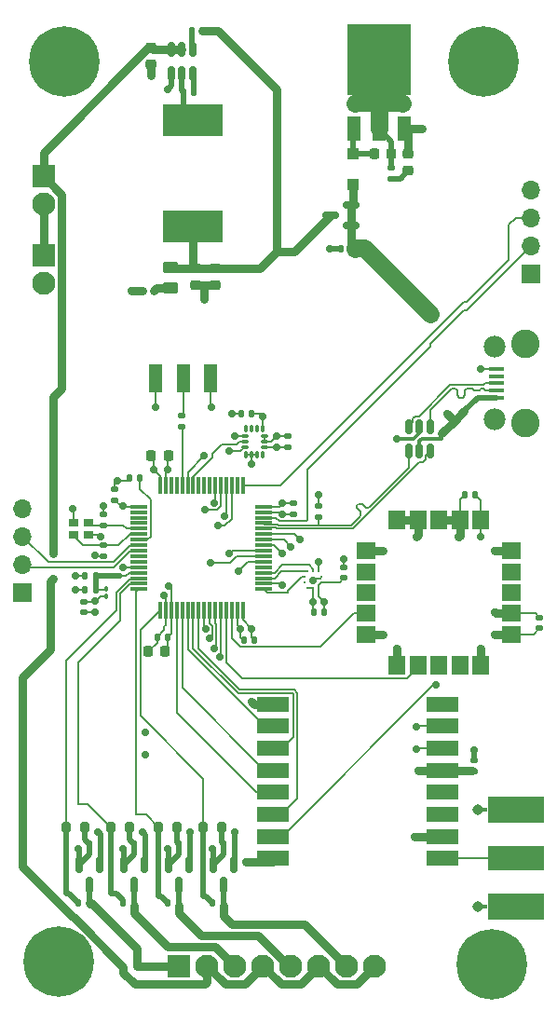
<source format=gbr>
%TF.GenerationSoftware,KiCad,Pcbnew,6.0.11-2627ca5db0~126~ubuntu22.04.1*%
%TF.CreationDate,2023-03-24T18:23:20-04:00*%
%TF.ProjectId,Io,496f2e6b-6963-4616-945f-706362585858,rev?*%
%TF.SameCoordinates,Original*%
%TF.FileFunction,Copper,L1,Top*%
%TF.FilePolarity,Positive*%
%FSLAX46Y46*%
G04 Gerber Fmt 4.6, Leading zero omitted, Abs format (unit mm)*
G04 Created by KiCad (PCBNEW 6.0.11-2627ca5db0~126~ubuntu22.04.1) date 2023-03-24 18:23:20*
%MOMM*%
%LPD*%
G01*
G04 APERTURE LIST*
G04 Aperture macros list*
%AMRoundRect*
0 Rectangle with rounded corners*
0 $1 Rounding radius*
0 $2 $3 $4 $5 $6 $7 $8 $9 X,Y pos of 4 corners*
0 Add a 4 corners polygon primitive as box body*
4,1,4,$2,$3,$4,$5,$6,$7,$8,$9,$2,$3,0*
0 Add four circle primitives for the rounded corners*
1,1,$1+$1,$2,$3*
1,1,$1+$1,$4,$5*
1,1,$1+$1,$6,$7*
1,1,$1+$1,$8,$9*
0 Add four rect primitives between the rounded corners*
20,1,$1+$1,$2,$3,$4,$5,0*
20,1,$1+$1,$4,$5,$6,$7,0*
20,1,$1+$1,$6,$7,$8,$9,0*
20,1,$1+$1,$8,$9,$2,$3,0*%
G04 Aperture macros list end*
%TA.AperFunction,SMDPad,CuDef*%
%ADD10RoundRect,0.135000X-0.185000X0.135000X-0.185000X-0.135000X0.185000X-0.135000X0.185000X0.135000X0*%
%TD*%
%TA.AperFunction,ComponentPad*%
%ADD11C,6.400000*%
%TD*%
%TA.AperFunction,SMDPad,CuDef*%
%ADD12RoundRect,0.140000X0.170000X-0.140000X0.170000X0.140000X-0.170000X0.140000X-0.170000X-0.140000X0*%
%TD*%
%TA.AperFunction,SMDPad,CuDef*%
%ADD13R,1.200000X2.500000*%
%TD*%
%TA.AperFunction,SMDPad,CuDef*%
%ADD14R,0.900000X0.800000*%
%TD*%
%TA.AperFunction,SMDPad,CuDef*%
%ADD15RoundRect,0.140000X0.140000X0.170000X-0.140000X0.170000X-0.140000X-0.170000X0.140000X-0.170000X0*%
%TD*%
%TA.AperFunction,SMDPad,CuDef*%
%ADD16RoundRect,0.135000X0.135000X0.185000X-0.135000X0.185000X-0.135000X-0.185000X0.135000X-0.185000X0*%
%TD*%
%TA.AperFunction,ComponentPad*%
%ADD17C,2.100000*%
%TD*%
%TA.AperFunction,ComponentPad*%
%ADD18R,2.100000X2.100000*%
%TD*%
%TA.AperFunction,ComponentPad*%
%ADD19R,1.700000X1.700000*%
%TD*%
%TA.AperFunction,ComponentPad*%
%ADD20O,1.700000X1.700000*%
%TD*%
%TA.AperFunction,SMDPad,CuDef*%
%ADD21RoundRect,0.225000X-0.250000X0.225000X-0.250000X-0.225000X0.250000X-0.225000X0.250000X0.225000X0*%
%TD*%
%TA.AperFunction,SMDPad,CuDef*%
%ADD22R,1.500000X1.800000*%
%TD*%
%TA.AperFunction,SMDPad,CuDef*%
%ADD23R,1.800000X1.500000*%
%TD*%
%TA.AperFunction,SMDPad,CuDef*%
%ADD24RoundRect,0.087500X0.087500X-0.225000X0.087500X0.225000X-0.087500X0.225000X-0.087500X-0.225000X0*%
%TD*%
%TA.AperFunction,SMDPad,CuDef*%
%ADD25RoundRect,0.087500X0.225000X-0.087500X0.225000X0.087500X-0.225000X0.087500X-0.225000X-0.087500X0*%
%TD*%
%TA.AperFunction,SMDPad,CuDef*%
%ADD26RoundRect,0.200000X-0.200000X-0.275000X0.200000X-0.275000X0.200000X0.275000X-0.200000X0.275000X0*%
%TD*%
%TA.AperFunction,SMDPad,CuDef*%
%ADD27RoundRect,0.135000X0.185000X-0.135000X0.185000X0.135000X-0.185000X0.135000X-0.185000X-0.135000X0*%
%TD*%
%TA.AperFunction,SMDPad,CuDef*%
%ADD28R,5.400000X2.900000*%
%TD*%
%TA.AperFunction,SMDPad,CuDef*%
%ADD29RoundRect,0.140000X-0.170000X0.140000X-0.170000X-0.140000X0.170000X-0.140000X0.170000X0.140000X0*%
%TD*%
%TA.AperFunction,SMDPad,CuDef*%
%ADD30RoundRect,0.150000X-0.150000X0.587500X-0.150000X-0.587500X0.150000X-0.587500X0.150000X0.587500X0*%
%TD*%
%TA.AperFunction,SMDPad,CuDef*%
%ADD31RoundRect,0.140000X-0.140000X-0.170000X0.140000X-0.170000X0.140000X0.170000X-0.140000X0.170000X0*%
%TD*%
%TA.AperFunction,SMDPad,CuDef*%
%ADD32R,1.100000X1.100000*%
%TD*%
%TA.AperFunction,SMDPad,CuDef*%
%ADD33RoundRect,0.150000X-0.150000X0.512500X-0.150000X-0.512500X0.150000X-0.512500X0.150000X0.512500X0*%
%TD*%
%TA.AperFunction,SMDPad,CuDef*%
%ADD34RoundRect,0.225000X-0.225000X-0.250000X0.225000X-0.250000X0.225000X0.250000X-0.225000X0.250000X0*%
%TD*%
%TA.AperFunction,SMDPad,CuDef*%
%ADD35R,1.200000X2.200000*%
%TD*%
%TA.AperFunction,SMDPad,CuDef*%
%ADD36R,5.800000X6.400000*%
%TD*%
%TA.AperFunction,SMDPad,CuDef*%
%ADD37R,0.275000X0.250000*%
%TD*%
%TA.AperFunction,SMDPad,CuDef*%
%ADD38R,0.250000X0.275000*%
%TD*%
%TA.AperFunction,SMDPad,CuDef*%
%ADD39RoundRect,0.100000X-0.100000X0.130000X-0.100000X-0.130000X0.100000X-0.130000X0.100000X0.130000X0*%
%TD*%
%TA.AperFunction,SMDPad,CuDef*%
%ADD40RoundRect,0.250000X0.450000X-0.262500X0.450000X0.262500X-0.450000X0.262500X-0.450000X-0.262500X0*%
%TD*%
%TA.AperFunction,SMDPad,CuDef*%
%ADD41RoundRect,0.150000X0.587500X0.150000X-0.587500X0.150000X-0.587500X-0.150000X0.587500X-0.150000X0*%
%TD*%
%TA.AperFunction,SMDPad,CuDef*%
%ADD42RoundRect,0.135000X-0.135000X-0.185000X0.135000X-0.185000X0.135000X0.185000X-0.135000X0.185000X0*%
%TD*%
%TA.AperFunction,SMDPad,CuDef*%
%ADD43RoundRect,0.075000X-0.700000X-0.075000X0.700000X-0.075000X0.700000X0.075000X-0.700000X0.075000X0*%
%TD*%
%TA.AperFunction,SMDPad,CuDef*%
%ADD44RoundRect,0.075000X-0.075000X-0.700000X0.075000X-0.700000X0.075000X0.700000X-0.075000X0.700000X0*%
%TD*%
%TA.AperFunction,SMDPad,CuDef*%
%ADD45R,1.350000X0.400000*%
%TD*%
%TA.AperFunction,ComponentPad*%
%ADD46C,2.586000*%
%TD*%
%TA.AperFunction,ComponentPad*%
%ADD47C,1.969000*%
%TD*%
%TA.AperFunction,SMDPad,CuDef*%
%ADD48R,5.080000X2.290000*%
%TD*%
%TA.AperFunction,SMDPad,CuDef*%
%ADD49R,0.950000X0.460000*%
%TD*%
%TA.AperFunction,ComponentPad*%
%ADD50C,0.970000*%
%TD*%
%TA.AperFunction,SMDPad,CuDef*%
%ADD51R,5.080000X2.420000*%
%TD*%
%TA.AperFunction,SMDPad,CuDef*%
%ADD52RoundRect,0.225000X0.225000X0.250000X-0.225000X0.250000X-0.225000X-0.250000X0.225000X-0.250000X0*%
%TD*%
%TA.AperFunction,SMDPad,CuDef*%
%ADD53RoundRect,0.218750X0.256250X-0.218750X0.256250X0.218750X-0.256250X0.218750X-0.256250X-0.218750X0*%
%TD*%
%TA.AperFunction,SMDPad,CuDef*%
%ADD54R,3.000000X1.400000*%
%TD*%
%TA.AperFunction,ViaPad*%
%ADD55C,0.700000*%
%TD*%
%TA.AperFunction,Conductor*%
%ADD56C,0.150000*%
%TD*%
%TA.AperFunction,Conductor*%
%ADD57C,0.800000*%
%TD*%
%TA.AperFunction,Conductor*%
%ADD58C,0.500000*%
%TD*%
%TA.AperFunction,Conductor*%
%ADD59C,0.300000*%
%TD*%
%TA.AperFunction,Conductor*%
%ADD60C,1.600000*%
%TD*%
G04 APERTURE END LIST*
D10*
%TO.P,R18,2*%
%TO.N,USB_ESD_D+*%
X156464000Y-106174000D03*
%TO.P,R18,1*%
%TO.N,+3.3V*%
X156464000Y-105154000D03*
%TD*%
D11*
%TO.P,H3,1*%
%TO.N,GND*%
X172212000Y-146812000D03*
%TD*%
%TO.P,H4,1*%
%TO.N,GND*%
X132842000Y-146558000D03*
%TD*%
%TO.P,H1,1*%
%TO.N,GND*%
X133350000Y-64770000D03*
%TD*%
%TO.P,H2,1*%
%TO.N,GND*%
X171450000Y-64770000D03*
%TD*%
D12*
%TO.P,C22,1*%
%TO.N,+3.3V*%
X170544000Y-129258000D03*
%TO.P,C22,2*%
%TO.N,GND*%
X170544000Y-128298000D03*
%TD*%
D13*
%TO.P,SW1,1,A*%
%TO.N,GND*%
X146645000Y-93555000D03*
%TO.P,SW1,2,B*%
%TO.N,/SW_BOOT0*%
X144145000Y-93555000D03*
%TO.P,SW1,3,C*%
%TO.N,+3.3V*%
X141645000Y-93555000D03*
%TD*%
D14*
%TO.P,Y1,1,1*%
%TO.N,/HSE_OUT*%
X134146000Y-107738000D03*
%TO.P,Y1,2,2*%
%TO.N,GND*%
X135546000Y-107738000D03*
%TO.P,Y1,3,3*%
%TO.N,/HSE_IN*%
X135546000Y-106638000D03*
%TO.P,Y1,4,4*%
%TO.N,GND*%
X134146000Y-106638000D03*
%TD*%
D15*
%TO.P,C16,1*%
%TO.N,VDDA*%
X136164000Y-112772000D03*
%TO.P,C16,2*%
%TO.N,GND*%
X135204000Y-112772000D03*
%TD*%
D16*
%TO.P,R12,1*%
%TO.N,PYRO4_SW*%
X147807000Y-141224000D03*
%TO.P,R12,2*%
%TO.N,PYRO4_DET*%
X146787000Y-141224000D03*
%TD*%
D17*
%TO.P,J2,8,Pin_8*%
%TO.N,ARM*%
X161544000Y-146963500D03*
%TO.P,J2,7,Pin_7*%
%TO.N,PYRO4_SW*%
X159004000Y-146963500D03*
%TO.P,J2,6,Pin_6*%
%TO.N,ARM*%
X156464000Y-146963500D03*
%TO.P,J2,5,Pin_5*%
%TO.N,PYRO3_SW*%
X153924000Y-146963500D03*
%TO.P,J2,4,Pin_4*%
%TO.N,ARM*%
X151384000Y-146963500D03*
%TO.P,J2,3,Pin_3*%
%TO.N,PYRO2_SW*%
X148844000Y-146963500D03*
%TO.P,J2,2,Pin_2*%
%TO.N,ARM*%
X146304000Y-146963500D03*
D18*
%TO.P,J2,1,Pin_1*%
%TO.N,PYRO1_SW*%
X143764000Y-146963500D03*
%TD*%
D12*
%TO.P,C13,1*%
%TO.N,+3.3V*%
X137922000Y-104620000D03*
%TO.P,C13,2*%
%TO.N,GND*%
X137922000Y-103660000D03*
%TD*%
D19*
%TO.P,J1,1,Pin_1*%
%TO.N,+3.3V*%
X129540000Y-113020000D03*
D20*
%TO.P,J1,2,Pin_2*%
%TO.N,I2C3_SDA*%
X129540000Y-110480000D03*
%TO.P,J1,3,Pin_3*%
%TO.N,I2C3_SCL*%
X129540000Y-107940000D03*
%TO.P,J1,4,Pin_4*%
%TO.N,GND*%
X129540000Y-105400000D03*
%TD*%
D21*
%TO.P,C7,1*%
%TO.N,+5V*%
X147066000Y-83553000D03*
%TO.P,C7,2*%
%TO.N,GND*%
X147066000Y-85103000D03*
%TD*%
D19*
%TO.P,J3,1,Pin_1*%
%TO.N,+3.3V*%
X175768000Y-84074000D03*
D20*
%TO.P,J3,2,Pin_2*%
%TO.N,SWDIO*%
X175768000Y-81534000D03*
%TO.P,J3,3,Pin_3*%
%TO.N,SWCLK*%
X175768000Y-78994000D03*
%TO.P,J3,4,Pin_4*%
%TO.N,GND*%
X175768000Y-76454000D03*
%TD*%
D22*
%TO.P,U6,1,GND*%
%TO.N,GND*%
X171186000Y-106430000D03*
%TO.P,U6,2,VCC_IO*%
%TO.N,+3.3V*%
X169286000Y-106430000D03*
%TO.P,U6,3,V_BCKP*%
X167386000Y-106430000D03*
%TO.P,U6,4,GND*%
%TO.N,GND*%
X165486000Y-106430000D03*
%TO.P,U6,5,GND*%
X163586000Y-106430000D03*
D23*
%TO.P,U6,6,GND*%
X160786000Y-109230000D03*
%TO.P,U6,7,TIMEPULSE*%
%TO.N,unconnected-(U6-Pad7)*%
X160786000Y-111130000D03*
%TO.P,U6,8,~{SAFEBOOT}*%
%TO.N,unconnected-(U6-Pad8)*%
X160786000Y-113030000D03*
%TO.P,U6,9,SDA*%
%TO.N,I2C2_SDA*%
X160786000Y-114930000D03*
%TO.P,U6,10,GND*%
%TO.N,GND*%
X160786000Y-116830000D03*
D22*
%TO.P,U6,11,GND*%
X163586000Y-119630000D03*
%TO.P,U6,12,SCL*%
%TO.N,I2C2_SCL*%
X165486000Y-119630000D03*
%TO.P,U6,13,TXD*%
%TO.N,unconnected-(U6-Pad13)*%
X167386000Y-119630000D03*
%TO.P,U6,14,RXD*%
%TO.N,unconnected-(U6-Pad14)*%
X169286000Y-119630000D03*
%TO.P,U6,15,GND*%
%TO.N,GND*%
X171186000Y-119630000D03*
D23*
%TO.P,U6,16,GND*%
X173986000Y-116830000D03*
%TO.P,U6,17,VCC*%
%TO.N,+3.3V*%
X173986000Y-114930000D03*
%TO.P,U6,18,~{RESET}*%
%TO.N,unconnected-(U6-Pad18)*%
X173986000Y-113030000D03*
%TO.P,U6,19,EXTINT*%
%TO.N,unconnected-(U6-Pad19)*%
X173986000Y-111130000D03*
%TO.P,U6,20,GND*%
%TO.N,GND*%
X173986000Y-109230000D03*
%TD*%
D24*
%TO.P,U4,1,SDO/SA0*%
%TO.N,GND*%
X149872000Y-100476500D03*
%TO.P,U4,2,SDX*%
X150372000Y-100476500D03*
%TO.P,U4,3,SCX*%
X150872000Y-100476500D03*
%TO.P,U4,4,INT1*%
%TO.N,unconnected-(U4-Pad4)*%
X151372000Y-100476500D03*
D25*
%TO.P,U4,5,VDDIO*%
%TO.N,+3.3V*%
X151534500Y-99814000D03*
%TO.P,U4,6,GND*%
%TO.N,GND*%
X151534500Y-99314000D03*
%TO.P,U4,7,GND*%
X151534500Y-98814000D03*
D24*
%TO.P,U4,8,VDD*%
%TO.N,+3.3V*%
X151372000Y-98151500D03*
%TO.P,U4,9,INT2*%
%TO.N,unconnected-(U4-Pad9)*%
X150872000Y-98151500D03*
%TO.P,U4,10,NC*%
%TO.N,unconnected-(U4-Pad10)*%
X150372000Y-98151500D03*
%TO.P,U4,11,NC*%
%TO.N,unconnected-(U4-Pad11)*%
X149872000Y-98151500D03*
D25*
%TO.P,U4,12,CS*%
%TO.N,+3.3V*%
X149709500Y-98814000D03*
%TO.P,U4,13,SCL*%
%TO.N,I2C1_SCL*%
X149709500Y-99314000D03*
%TO.P,U4,14,SDA*%
%TO.N,I2C1_SDA*%
X149709500Y-99814000D03*
%TD*%
D26*
%TO.P,R11,2*%
%TO.N,GND*%
X143550000Y-134366000D03*
%TO.P,R11,1*%
%TO.N,PYRO3_DET*%
X141900000Y-134366000D03*
%TD*%
D15*
%TO.P,C15,1*%
%TO.N,+3.3V*%
X150594000Y-117348000D03*
%TO.P,C15,2*%
%TO.N,GND*%
X149634000Y-117348000D03*
%TD*%
D21*
%TO.P,C1,1*%
%TO.N,ARM*%
X141224000Y-63487000D03*
%TO.P,C1,2*%
%TO.N,GND*%
X141224000Y-65037000D03*
%TD*%
D27*
%TO.P,R16,1*%
%TO.N,/LDO_LED*%
X163068000Y-75440000D03*
%TO.P,R16,2*%
%TO.N,GND*%
X163068000Y-74420000D03*
%TD*%
D28*
%TO.P,L1,1,1*%
%TO.N,/5V_I*%
X145034000Y-70080000D03*
%TO.P,L1,2,2*%
%TO.N,+5V*%
X145034000Y-79780000D03*
%TD*%
D29*
%TO.P,C26,1*%
%TO.N,+3.3V*%
X176530000Y-115316000D03*
%TO.P,C26,2*%
%TO.N,GND*%
X176530000Y-116276000D03*
%TD*%
D16*
%TO.P,R1,1*%
%TO.N,VBUS*%
X159514000Y-81788000D03*
%TO.P,R1,2*%
%TO.N,GND*%
X158494000Y-81788000D03*
%TD*%
D30*
%TO.P,Q4,3,D*%
%TO.N,PYRO3_SW*%
X143741000Y-139621500D03*
%TO.P,Q4,2,S*%
%TO.N,GND*%
X142791000Y-137746500D03*
%TO.P,Q4,1,G*%
%TO.N,PYRO3*%
X144691000Y-137746500D03*
%TD*%
D31*
%TO.P,C3,1*%
%TO.N,/5V_I*%
X144173000Y-67568000D03*
%TO.P,C3,2*%
%TO.N,/5V_C*%
X145133000Y-67568000D03*
%TD*%
D32*
%TO.P,D1,1,K*%
%TO.N,/LDO_D*%
X159585000Y-73180000D03*
%TO.P,D1,2,A*%
%TO.N,VBUS*%
X159585000Y-75980000D03*
%TD*%
D33*
%TO.P,IC1,1,FB*%
%TO.N,Net-(C5-Pad1)*%
X144968000Y-63632500D03*
%TO.P,IC1,2,EN*%
%TO.N,ARM*%
X144018000Y-63632500D03*
%TO.P,IC1,3,VIN*%
X143068000Y-63632500D03*
%TO.P,IC1,4,GND*%
%TO.N,GND*%
X143068000Y-65907500D03*
%TO.P,IC1,5,SW*%
%TO.N,/5V_I*%
X144018000Y-65907500D03*
%TO.P,IC1,6,BST*%
%TO.N,/5V_C*%
X144968000Y-65907500D03*
%TD*%
D34*
%TO.P,C2,1*%
%TO.N,/LDO_D*%
X161531000Y-73152000D03*
%TO.P,C2,2*%
%TO.N,GND*%
X163081000Y-73152000D03*
%TD*%
D26*
%TO.P,R13,2*%
%TO.N,GND*%
X147614000Y-134366000D03*
%TO.P,R13,1*%
%TO.N,PYRO4_DET*%
X145964000Y-134366000D03*
%TD*%
D35*
%TO.P,U1,1,VI*%
%TO.N,/LDO_D*%
X159645000Y-70875000D03*
%TO.P,U1,2,GND*%
%TO.N,GND*%
X161925000Y-70875000D03*
D36*
X161925000Y-64575000D03*
D35*
%TO.P,U1,3,VO*%
%TO.N,+3.3V*%
X164205000Y-70875000D03*
%TD*%
D30*
%TO.P,Q2,3,D*%
%TO.N,PYRO1_SW*%
X135613000Y-139621500D03*
%TO.P,Q2,2,S*%
%TO.N,GND*%
X134663000Y-137746500D03*
%TO.P,Q2,1,G*%
%TO.N,PYRO1*%
X136563000Y-137746500D03*
%TD*%
D37*
%TO.P,IC2,1,VDDIO*%
%TO.N,+3.3V*%
X156723000Y-112117000D03*
%TO.P,IC2,2,SCK*%
%TO.N,SPI2_SCK*%
X156723000Y-111617000D03*
D38*
%TO.P,IC2,3,VSS_1*%
%TO.N,GND*%
X156460000Y-111105000D03*
%TO.P,IC2,4,SDI*%
%TO.N,SPI2_MOSI*%
X155960000Y-111105000D03*
%TO.P,IC2,5,SDO*%
%TO.N,SPI2_MISO*%
X155460000Y-111105000D03*
D37*
%TO.P,IC2,6,CSB*%
%TO.N,SPI2_NSS*%
X155197000Y-111617000D03*
%TO.P,IC2,7,INT*%
%TO.N,unconnected-(IC2-Pad7)*%
X155197000Y-112117000D03*
D38*
%TO.P,IC2,8,VSS_2*%
%TO.N,GND*%
X155460000Y-112629000D03*
%TO.P,IC2,9,VSS_3*%
X155960000Y-112629000D03*
%TO.P,IC2,10,VDD*%
%TO.N,+3.3V*%
X156460000Y-112629000D03*
%TD*%
D33*
%TO.P,U3,6,I/O1*%
%TO.N,USB_ESD_D-*%
X166558000Y-100197500D03*
%TO.P,U3,5,VBUS*%
%TO.N,VBUS*%
X165608000Y-100197500D03*
%TO.P,U3,4,I/O2*%
%TO.N,USB_ESD_D+*%
X164658000Y-100197500D03*
%TO.P,U3,3,I/O2*%
%TO.N,/USB_D+*%
X164658000Y-97922500D03*
%TO.P,U3,2,GND*%
%TO.N,GND*%
X165608000Y-97922500D03*
%TO.P,U3,1,I/O1*%
%TO.N,/USB_D-*%
X166558000Y-97922500D03*
%TD*%
D26*
%TO.P,R7,2*%
%TO.N,GND*%
X135168000Y-134366000D03*
%TO.P,R7,1*%
%TO.N,PYRO1_DET*%
X133518000Y-134366000D03*
%TD*%
D31*
%TO.P,C5,1*%
%TO.N,Net-(C5-Pad1)*%
X144935000Y-61976000D03*
%TO.P,C5,2*%
%TO.N,+5V*%
X145895000Y-61976000D03*
%TD*%
D39*
%TO.P,FB1,1*%
%TO.N,VDDA*%
X137104000Y-112706000D03*
%TO.P,FB1,2*%
%TO.N,+3.3V*%
X137104000Y-113346000D03*
%TD*%
D34*
%TO.P,C8,1*%
%TO.N,+3.3V*%
X141224000Y-100584000D03*
%TO.P,C8,2*%
%TO.N,GND*%
X142774000Y-100584000D03*
%TD*%
D15*
%TO.P,C14,1*%
%TO.N,+3.3V*%
X142720000Y-117094000D03*
%TO.P,C14,2*%
%TO.N,GND*%
X141760000Y-117094000D03*
%TD*%
D21*
%TO.P,C6,1*%
%TO.N,+5V*%
X145288000Y-83553000D03*
%TO.P,C6,2*%
%TO.N,GND*%
X145288000Y-85103000D03*
%TD*%
D40*
%TO.P,R15,1*%
%TO.N,/5V_R*%
X143002000Y-85344000D03*
%TO.P,R15,2*%
%TO.N,+5V*%
X143002000Y-83519000D03*
%TD*%
D41*
%TO.P,Q1,1,G*%
%TO.N,VBUS*%
X159433500Y-79690000D03*
%TO.P,Q1,2,S*%
X159433500Y-77790000D03*
%TO.P,Q1,3,D*%
%TO.N,+5V*%
X157558500Y-78740000D03*
%TD*%
D18*
%TO.P,J5,1,Pin_1*%
%TO.N,ARM*%
X131445000Y-75184000D03*
D17*
%TO.P,J5,2,Pin_2*%
%TO.N,BATT*%
X131445000Y-77724000D03*
%TD*%
D16*
%TO.P,R8,2*%
%TO.N,PYRO2_DET*%
X138659000Y-141224000D03*
%TO.P,R8,1*%
%TO.N,PYRO2_SW*%
X139679000Y-141224000D03*
%TD*%
D42*
%TO.P,R14,1*%
%TO.N,GND*%
X140460000Y-85598000D03*
%TO.P,R14,2*%
%TO.N,/5V_R*%
X141480000Y-85598000D03*
%TD*%
D43*
%TO.P,U2,1,VBAT*%
%TO.N,+3.3V*%
X140121000Y-105216000D03*
%TO.P,U2,2,PC13*%
%TO.N,unconnected-(U2-Pad2)*%
X140121000Y-105716000D03*
%TO.P,U2,3,PC14*%
%TO.N,unconnected-(U2-Pad3)*%
X140121000Y-106216000D03*
%TO.P,U2,4,PC15*%
%TO.N,unconnected-(U2-Pad4)*%
X140121000Y-106716000D03*
%TO.P,U2,5,PH0*%
%TO.N,/HSE_IN*%
X140121000Y-107216000D03*
%TO.P,U2,6,PH1*%
%TO.N,/HSE_OUT*%
X140121000Y-107716000D03*
%TO.P,U2,7,NRST*%
%TO.N,/NRST*%
X140121000Y-108216000D03*
%TO.P,U2,8,PC0*%
%TO.N,I2C3_SCL*%
X140121000Y-108716000D03*
%TO.P,U2,9,PC1*%
%TO.N,I2C3_SDA*%
X140121000Y-109216000D03*
%TO.P,U2,10,PC2*%
%TO.N,unconnected-(U2-Pad10)*%
X140121000Y-109716000D03*
%TO.P,U2,11,PC3*%
%TO.N,unconnected-(U2-Pad11)*%
X140121000Y-110216000D03*
%TO.P,U2,12,VSSA*%
%TO.N,GND*%
X140121000Y-110716000D03*
%TO.P,U2,13,VDDA*%
%TO.N,VDDA*%
X140121000Y-111216000D03*
%TO.P,U2,14,PA0*%
%TO.N,PYRO1_DET*%
X140121000Y-111716000D03*
%TO.P,U2,15,PA1*%
%TO.N,PYRO2_DET*%
X140121000Y-112216000D03*
%TO.P,U2,16,PA2*%
%TO.N,PYRO3_DET*%
X140121000Y-112716000D03*
D44*
%TO.P,U2,17,PA3*%
%TO.N,PYRO4_DET*%
X142046000Y-114641000D03*
%TO.P,U2,18,VSS*%
%TO.N,GND*%
X142546000Y-114641000D03*
%TO.P,U2,19,VDD*%
%TO.N,+3.3V*%
X143046000Y-114641000D03*
%TO.P,U2,20,PA4*%
%TO.N,SPI1_NSS*%
X143546000Y-114641000D03*
%TO.P,U2,21,PA5*%
%TO.N,SPI1_SCK*%
X144046000Y-114641000D03*
%TO.P,U2,22,PA6*%
%TO.N,SPI1_MISO*%
X144546000Y-114641000D03*
%TO.P,U2,23,PA7*%
%TO.N,SPI1_MOSI*%
X145046000Y-114641000D03*
%TO.P,U2,24,PC4*%
%TO.N,RF_RESET*%
X145546000Y-114641000D03*
%TO.P,U2,25,PC5*%
%TO.N,PYRO1*%
X146046000Y-114641000D03*
%TO.P,U2,26,PB0*%
%TO.N,PYRO2*%
X146546000Y-114641000D03*
%TO.P,U2,27,PB1*%
%TO.N,PYRO3*%
X147046000Y-114641000D03*
%TO.P,U2,28,PB2*%
%TO.N,PYRO4*%
X147546000Y-114641000D03*
%TO.P,U2,29,PB10*%
%TO.N,I2C2_SCL*%
X148046000Y-114641000D03*
%TO.P,U2,30,PB11*%
%TO.N,I2C2_SDA*%
X148546000Y-114641000D03*
%TO.P,U2,31,VSS*%
%TO.N,GND*%
X149046000Y-114641000D03*
%TO.P,U2,32,VDD*%
%TO.N,+3.3V*%
X149546000Y-114641000D03*
D43*
%TO.P,U2,33,PB12*%
%TO.N,SPI2_NSS*%
X151471000Y-112716000D03*
%TO.P,U2,34,PB13*%
%TO.N,SPI2_SCK*%
X151471000Y-112216000D03*
%TO.P,U2,35,PB14*%
%TO.N,SPI2_MISO*%
X151471000Y-111716000D03*
%TO.P,U2,36,PB15*%
%TO.N,SPI2_MOSI*%
X151471000Y-111216000D03*
%TO.P,U2,37,PC6*%
%TO.N,unconnected-(U2-Pad37)*%
X151471000Y-110716000D03*
%TO.P,U2,38,PC7*%
%TO.N,SDMMC_DET*%
X151471000Y-110216000D03*
%TO.P,U2,39,PC8*%
%TO.N,SDMMC_D0*%
X151471000Y-109716000D03*
%TO.P,U2,40,PC9*%
%TO.N,SDMMC_D1*%
X151471000Y-109216000D03*
%TO.P,U2,41,PA8*%
%TO.N,RF_DIO0*%
X151471000Y-108716000D03*
%TO.P,U2,42,PA9*%
%TO.N,RF_DIO1*%
X151471000Y-108216000D03*
%TO.P,U2,43,PA10*%
%TO.N,RF_DIO5*%
X151471000Y-107716000D03*
%TO.P,U2,44,PA11*%
%TO.N,USB_ESD_D-*%
X151471000Y-107216000D03*
%TO.P,U2,45,PA12*%
%TO.N,USB_ESD_D+*%
X151471000Y-106716000D03*
%TO.P,U2,46,PA13*%
%TO.N,SWDIO*%
X151471000Y-106216000D03*
%TO.P,U2,47,VSS*%
%TO.N,GND*%
X151471000Y-105716000D03*
%TO.P,U2,48,VDDUSB*%
%TO.N,+3.3V*%
X151471000Y-105216000D03*
D44*
%TO.P,U2,49,PA14*%
%TO.N,SWCLK*%
X149546000Y-103291000D03*
%TO.P,U2,50,PA15*%
%TO.N,unconnected-(U2-Pad50)*%
X149046000Y-103291000D03*
%TO.P,U2,51,PC10*%
%TO.N,SDMMC_D2*%
X148546000Y-103291000D03*
%TO.P,U2,52,PC11*%
%TO.N,SDMMC_D3*%
X148046000Y-103291000D03*
%TO.P,U2,53,PC12*%
%TO.N,SDMMC_CLK*%
X147546000Y-103291000D03*
%TO.P,U2,54,PD2*%
%TO.N,SDMMC_CMD*%
X147046000Y-103291000D03*
%TO.P,U2,55,PB3*%
%TO.N,unconnected-(U2-Pad55)*%
X146546000Y-103291000D03*
%TO.P,U2,56,PB4*%
%TO.N,unconnected-(U2-Pad56)*%
X146046000Y-103291000D03*
%TO.P,U2,57,PB5*%
%TO.N,unconnected-(U2-Pad57)*%
X145546000Y-103291000D03*
%TO.P,U2,58,PB6*%
%TO.N,I2C1_SCL*%
X145046000Y-103291000D03*
%TO.P,U2,59,PB7*%
%TO.N,I2C1_SDA*%
X144546000Y-103291000D03*
%TO.P,U2,60,BOOT0*%
%TO.N,/BOOT0*%
X144046000Y-103291000D03*
%TO.P,U2,61,PB8*%
%TO.N,unconnected-(U2-Pad61)*%
X143546000Y-103291000D03*
%TO.P,U2,62,PB9*%
%TO.N,unconnected-(U2-Pad62)*%
X143046000Y-103291000D03*
%TO.P,U2,63,VSS*%
%TO.N,GND*%
X142546000Y-103291000D03*
%TO.P,U2,64,VDD*%
%TO.N,+3.3V*%
X142046000Y-103291000D03*
%TD*%
D18*
%TO.P,J4,1,Pin_1*%
%TO.N,BATT*%
X131445000Y-82380000D03*
D17*
%TO.P,J4,2,Pin_2*%
%TO.N,GND*%
X131445000Y-84920000D03*
%TD*%
D16*
%TO.P,R10,2*%
%TO.N,PYRO3_DET*%
X142723000Y-141224000D03*
%TO.P,R10,1*%
%TO.N,PYRO3_SW*%
X143743000Y-141224000D03*
%TD*%
D45*
%TO.P,J7,1,VBUS*%
%TO.N,VBUS*%
X172585000Y-95310000D03*
%TO.P,J7,2,D-*%
%TO.N,/USB_D-*%
X172585000Y-94660000D03*
%TO.P,J7,3,D+*%
%TO.N,/USB_D+*%
X172585000Y-94010000D03*
%TO.P,J7,4,ID*%
%TO.N,unconnected-(J7-Pad4)*%
X172585000Y-93360000D03*
%TO.P,J7,5,GND*%
%TO.N,GND*%
X172585000Y-92710000D03*
D46*
%TO.P,J7,MH1*%
%TO.N,N/C*%
X175260000Y-97610000D03*
%TO.P,J7,MH2*%
X175260000Y-90410000D03*
D47*
%TO.P,J7,MH3*%
X172460000Y-97310000D03*
%TO.P,J7,MH4*%
X172460000Y-90710000D03*
%TD*%
D12*
%TO.P,C12,1*%
%TO.N,/HSE_IN*%
X136878000Y-106906000D03*
%TO.P,C12,2*%
%TO.N,GND*%
X136878000Y-105946000D03*
%TD*%
D26*
%TO.P,R9,2*%
%TO.N,GND*%
X139232000Y-134366000D03*
%TO.P,R9,1*%
%TO.N,PYRO2_DET*%
X137582000Y-134366000D03*
%TD*%
D16*
%TO.P,R2,2*%
%TO.N,GND*%
X135611000Y-135890000D03*
%TO.P,R2,1*%
%TO.N,PYRO1*%
X136631000Y-135890000D03*
%TD*%
D29*
%TO.P,C10,1*%
%TO.N,+3.3V*%
X154178000Y-104930000D03*
%TO.P,C10,2*%
%TO.N,GND*%
X154178000Y-105890000D03*
%TD*%
D30*
%TO.P,Q5,3,D*%
%TO.N,PYRO4_SW*%
X147805000Y-139621500D03*
%TO.P,Q5,2,S*%
%TO.N,GND*%
X146855000Y-137746500D03*
%TO.P,Q5,1,G*%
%TO.N,PYRO4*%
X148755000Y-137746500D03*
%TD*%
D31*
%TO.P,C25,1*%
%TO.N,+3.3V*%
X169700000Y-104140000D03*
%TO.P,C25,2*%
%TO.N,GND*%
X170660000Y-104140000D03*
%TD*%
D16*
%TO.P,R3,2*%
%TO.N,GND*%
X139675000Y-135890000D03*
%TO.P,R3,1*%
%TO.N,PYRO2*%
X140695000Y-135890000D03*
%TD*%
D12*
%TO.P,C20,1*%
%TO.N,+3.3V*%
X153670000Y-99794000D03*
%TO.P,C20,2*%
%TO.N,GND*%
X153670000Y-98834000D03*
%TD*%
D15*
%TO.P,C17,1*%
%TO.N,VDDA*%
X136164000Y-111502000D03*
%TO.P,C17,2*%
%TO.N,GND*%
X135204000Y-111502000D03*
%TD*%
D10*
%TO.P,R17,1*%
%TO.N,/SW_BOOT0*%
X144018000Y-96899000D03*
%TO.P,R17,2*%
%TO.N,/BOOT0*%
X144018000Y-97919000D03*
%TD*%
D48*
%TO.P,J8,1,In*%
%TO.N,/RF_ANT*%
X174365000Y-137160000D03*
D49*
%TO.P,J8,2,Ext*%
%TO.N,GND*%
X171375000Y-132780000D03*
X171375000Y-141540000D03*
D50*
X170925000Y-141540000D03*
D51*
X174365000Y-141540000D03*
X174365000Y-132780000D03*
D50*
X170925000Y-132780000D03*
%TD*%
D16*
%TO.P,R5,2*%
%TO.N,GND*%
X147803000Y-135874000D03*
%TO.P,R5,1*%
%TO.N,PYRO4*%
X148823000Y-135874000D03*
%TD*%
D30*
%TO.P,Q3,3,D*%
%TO.N,PYRO2_SW*%
X139677000Y-139621500D03*
%TO.P,Q3,2,S*%
%TO.N,GND*%
X138727000Y-137746500D03*
%TO.P,Q3,1,G*%
%TO.N,PYRO2*%
X140627000Y-137746500D03*
%TD*%
D52*
%TO.P,C4,1*%
%TO.N,+3.3V*%
X142507000Y-118364000D03*
%TO.P,C4,2*%
%TO.N,GND*%
X140957000Y-118364000D03*
%TD*%
D15*
%TO.P,C23,1*%
%TO.N,+3.3V*%
X156948000Y-114788000D03*
%TO.P,C23,2*%
%TO.N,GND*%
X155988000Y-114788000D03*
%TD*%
D16*
%TO.P,R4,2*%
%TO.N,GND*%
X143739000Y-135874000D03*
%TO.P,R4,1*%
%TO.N,PYRO3*%
X144759000Y-135874000D03*
%TD*%
D15*
%TO.P,C11,1*%
%TO.N,/NRST*%
X140180000Y-102616000D03*
%TO.P,C11,2*%
%TO.N,GND*%
X139220000Y-102616000D03*
%TD*%
D29*
%TO.P,C9,1*%
%TO.N,/HSE_OUT*%
X136910000Y-108740000D03*
%TO.P,C9,2*%
%TO.N,GND*%
X136910000Y-109700000D03*
%TD*%
D16*
%TO.P,R6,1*%
%TO.N,PYRO1_SW*%
X135615000Y-141224000D03*
%TO.P,R6,2*%
%TO.N,PYRO1_DET*%
X134595000Y-141224000D03*
%TD*%
D53*
%TO.P,D2,1,K*%
%TO.N,/LDO_LED*%
X164592000Y-74701500D03*
%TO.P,D2,2,A*%
%TO.N,+3.3V*%
X164592000Y-73126500D03*
%TD*%
D15*
%TO.P,C21,1*%
%TO.N,+3.3V*%
X150340000Y-96778000D03*
%TO.P,C21,2*%
%TO.N,GND*%
X149380000Y-96778000D03*
%TD*%
D12*
%TO.P,C24,1*%
%TO.N,+3.3V*%
X158750000Y-111712000D03*
%TO.P,C24,2*%
%TO.N,GND*%
X158750000Y-110752000D03*
%TD*%
D29*
%TO.P,C18,1*%
%TO.N,+3.3V*%
X135128000Y-113848000D03*
%TO.P,C18,2*%
%TO.N,GND*%
X135128000Y-114808000D03*
%TD*%
D54*
%TO.P,U5,1,GND*%
%TO.N,GND*%
X152320000Y-123175000D03*
%TO.P,U5,2,MISO*%
%TO.N,SPI1_MISO*%
X152320000Y-125175000D03*
%TO.P,U5,3,MOSI*%
%TO.N,SPI1_MOSI*%
X152320000Y-127175000D03*
%TO.P,U5,4,SCK*%
%TO.N,SPI1_SCK*%
X152320000Y-129175000D03*
%TO.P,U5,5,NSS*%
%TO.N,SPI1_NSS*%
X152320000Y-131175000D03*
%TO.P,U5,6,RESET*%
%TO.N,RF_RESET*%
X152320000Y-133175000D03*
%TO.P,U5,7,DIO5*%
%TO.N,RF_DIO5*%
X152320000Y-135175000D03*
%TO.P,U5,8,GND*%
%TO.N,GND*%
X152320000Y-137175000D03*
%TO.P,U5,9,ANT*%
%TO.N,/RF_ANT*%
X167720000Y-137175000D03*
%TO.P,U5,10,GND*%
%TO.N,GND*%
X167720000Y-135175000D03*
%TO.P,U5,11,DIO3*%
%TO.N,unconnected-(U5-Pad11)*%
X167720000Y-133175000D03*
%TO.P,U5,12,DIO4*%
%TO.N,unconnected-(U5-Pad12)*%
X167720000Y-131175000D03*
%TO.P,U5,13,3.3V*%
%TO.N,+3.3V*%
X167720000Y-129175000D03*
%TO.P,U5,14,DIO0*%
%TO.N,RF_DIO0*%
X167720000Y-127175000D03*
%TO.P,U5,15,DIO1*%
%TO.N,RF_DIO1*%
X167720000Y-125175000D03*
%TO.P,U5,16,DIO2*%
%TO.N,unconnected-(U5-Pad16)*%
X167720000Y-123175000D03*
%TD*%
D55*
%TO.N,ARM*%
X132334000Y-111760000D03*
X132334000Y-109474000D03*
%TO.N,GND*%
X148590000Y-96774000D03*
X162306000Y-109220000D03*
X156468000Y-110216000D03*
X134112000Y-105410000D03*
X141224000Y-66040000D03*
X171196000Y-107950000D03*
X140716000Y-127762000D03*
X136144000Y-114808000D03*
X165147000Y-135175000D03*
X146812000Y-136295500D03*
X162306000Y-116840000D03*
X165354000Y-107950000D03*
X149835000Y-137454750D03*
X136144000Y-109630500D03*
X158750000Y-109982000D03*
X138684000Y-136295500D03*
X142748000Y-136295500D03*
X163576000Y-118110000D03*
X171196000Y-92710000D03*
X172466000Y-116840000D03*
X149352000Y-116332000D03*
X164084000Y-68580000D03*
X142421500Y-113284000D03*
X152654000Y-98806000D03*
X134366000Y-111506000D03*
X163576000Y-99060000D03*
X157480000Y-81788000D03*
X134366000Y-112776000D03*
X142748000Y-101854000D03*
X155960000Y-113899000D03*
X139446000Y-85598000D03*
X172466000Y-109220000D03*
X153162000Y-105918000D03*
X136647496Y-107916732D03*
X138176000Y-102870000D03*
X150368000Y-101346000D03*
X138697875Y-110747301D03*
X146050000Y-86360000D03*
X134620000Y-136295500D03*
X142748000Y-67310000D03*
X170544000Y-127364000D03*
X136906000Y-105156000D03*
X146685000Y-96139000D03*
X159766000Y-68580000D03*
X150368000Y-122936000D03*
X171196000Y-118110000D03*
%TO.N,+3.3V*%
X138684000Y-105156000D03*
X141478000Y-101854000D03*
X148844000Y-98806000D03*
X169164000Y-107950000D03*
X136144000Y-113792000D03*
X140716000Y-125730000D03*
X141605000Y-96139000D03*
X150368000Y-116332000D03*
X172466000Y-114808000D03*
X142803910Y-112469834D03*
X153162000Y-104902000D03*
X156464000Y-104140000D03*
X152654000Y-99822000D03*
X151384000Y-97028000D03*
X165497000Y-129175000D03*
X165862000Y-70866000D03*
X156976000Y-113899000D03*
%TO.N,VBUS*%
X166562595Y-87691405D03*
X168148000Y-96774000D03*
%TO.N,SPI2_SCK*%
X153162000Y-112340500D03*
X155960000Y-111941998D03*
%TO.N,PYRO1*%
X146170500Y-116332000D03*
X136398000Y-134750500D03*
%TO.N,PYRO2*%
X140462000Y-134771500D03*
X146537500Y-117218007D03*
%TO.N,PYRO3*%
X146921500Y-118065858D03*
X144780000Y-134771500D03*
%TO.N,PYRO4*%
X148844000Y-134771500D03*
X147457500Y-118872000D03*
%TO.N,SDMMC_DET*%
X149142196Y-111060067D03*
%TO.N,SDMMC_D0*%
X146624411Y-110302411D03*
%TO.N,SDMMC_D1*%
X148336000Y-109474000D03*
%TO.N,RF_DIO0*%
X153162000Y-109474000D03*
X165354000Y-127254000D03*
%TO.N,RF_DIO1*%
X165354000Y-125222000D03*
X153924000Y-108849500D03*
%TO.N,RF_DIO5*%
X154724081Y-108225000D03*
X167132000Y-121412000D03*
%TO.N,SDMMC_D2*%
X147297000Y-106934000D03*
%TO.N,SDMMC_D3*%
X147921500Y-106047401D03*
%TO.N,SDMMC_CLK*%
X146116411Y-105476411D03*
%TO.N,SDMMC_CMD*%
X146921500Y-104882000D03*
%TO.N,I2C1_SDA*%
X146050000Y-100584000D03*
X148336000Y-100192500D03*
%TD*%
D56*
%TO.N,USB_ESD_D+*%
X152758141Y-106893000D02*
X156423000Y-106893000D01*
X156423000Y-106893000D02*
X159424093Y-106893000D01*
X156464000Y-106174000D02*
X156464000Y-106852000D01*
X156464000Y-106852000D02*
X156423000Y-106893000D01*
%TO.N,/USB_D-*%
X171120807Y-94563193D02*
X171120807Y-94563194D01*
X171047614Y-94636387D02*
X170594000Y-94636387D01*
X171572499Y-94660000D02*
X171402499Y-94490000D01*
X170520813Y-94563194D02*
G75*
G03*
X170594000Y-94636387I73187J-6D01*
G01*
X169094013Y-95086387D02*
G75*
G03*
X169394000Y-95386387I299987J-13D01*
G01*
X169394000Y-95386400D02*
G75*
G03*
X169694000Y-95086387I0J300000D01*
G01*
X169694000Y-94790000D02*
G75*
G02*
X169994000Y-94490000I300000J0D01*
G01*
X168794000Y-94490000D02*
G75*
G02*
X169094000Y-94790000I0J-300000D01*
G01*
X171402499Y-94490000D02*
X171194000Y-94490000D01*
X166558000Y-96460907D02*
X166558000Y-97922500D01*
X170447614Y-94489993D02*
G75*
G02*
X170520807Y-94563193I-14J-73207D01*
G01*
X170447614Y-94490000D02*
X169994000Y-94490000D01*
X172585000Y-94660000D02*
X171572499Y-94660000D01*
X171047614Y-94636407D02*
G75*
G03*
X171120807Y-94563194I-14J73207D01*
G01*
X171120800Y-94563193D02*
G75*
G02*
X171194000Y-94490000I73200J-7D01*
G01*
X170520807Y-94563194D02*
X170520807Y-94563193D01*
X169694000Y-94790000D02*
X169694000Y-95086387D01*
X169094000Y-95086387D02*
X169094000Y-94790000D01*
X168794000Y-94490000D02*
X168744000Y-94490000D01*
X168744000Y-94490000D02*
X168528907Y-94490000D01*
X168528907Y-94490000D02*
X166558000Y-96460907D01*
%TO.N,/USB_D+*%
X164658000Y-97922500D02*
X165033000Y-97547500D01*
X165033000Y-97547500D02*
X165033000Y-97233959D01*
X165033000Y-97233959D02*
X165281959Y-96985000D01*
X165281959Y-96985000D02*
X165595500Y-96985000D01*
X165595500Y-96985000D02*
X168400500Y-94180000D01*
X168400500Y-94180000D02*
X171402499Y-94180000D01*
X171402499Y-94180000D02*
X171572499Y-94010000D01*
X171572499Y-94010000D02*
X172585000Y-94010000D01*
%TO.N,USB_ESD_D+*%
X160396617Y-105021821D02*
X160633814Y-105259018D01*
X160209561Y-105683268D02*
G75*
G02*
X160209547Y-106107546I-212161J-212132D01*
G01*
X160396617Y-105021822D02*
X160396617Y-105021821D01*
X159424093Y-106893000D02*
X160209547Y-106107546D01*
X160209547Y-105683282D02*
X159972351Y-105446086D01*
X151565999Y-106810999D02*
X152676140Y-106810999D01*
X161058077Y-105259017D02*
G75*
G02*
X160633815Y-105259017I-212131J212131D01*
G01*
X164658000Y-101659093D02*
X164658000Y-100197500D01*
X151471000Y-106716000D02*
X151565999Y-106810999D01*
X160396616Y-105021823D02*
G75*
G03*
X159972352Y-105021823I-212132J-212130D01*
G01*
X161058078Y-105259018D02*
X161058077Y-105259017D01*
X159972397Y-105021868D02*
G75*
G03*
X159972351Y-105446086I212103J-212132D01*
G01*
X152676140Y-106810999D02*
X152758141Y-106893000D01*
X161058077Y-105259017D02*
X164658000Y-101659093D01*
%TO.N,USB_ESD_D-*%
X165934041Y-101135000D02*
X166183000Y-100886041D01*
X152629743Y-107202981D02*
X159552519Y-107202981D01*
X152547762Y-107121001D02*
X152629743Y-107202981D01*
X151565999Y-107121001D02*
X152547762Y-107121001D01*
X159552519Y-107202981D02*
X165620500Y-101135000D01*
X151471000Y-107216000D02*
X151565999Y-107121001D01*
X165620500Y-101135000D02*
X165934041Y-101135000D01*
X166183000Y-100886041D02*
X166183000Y-100572500D01*
X166183000Y-100572500D02*
X166558000Y-100197500D01*
D57*
%TO.N,VBUS*%
X168783000Y-97409000D02*
X167640000Y-98552000D01*
D56*
%TO.N,+3.3V*%
X156464000Y-105154000D02*
X156464000Y-104140000D01*
%TO.N,PYRO4_DET*%
X145964000Y-129962000D02*
X145964000Y-134366000D01*
%TO.N,PYRO3_DET*%
X139882000Y-133212500D02*
X140746500Y-133212500D01*
X140746500Y-133212500D02*
X141900000Y-134366000D01*
%TO.N,PYRO2_DET*%
X140121000Y-112216000D02*
X139351025Y-112216000D01*
X139351025Y-112216000D02*
X138430000Y-113137026D01*
X138430000Y-113137026D02*
X138430000Y-115570000D01*
X138430000Y-115570000D02*
X134620000Y-119380000D01*
X135484500Y-132268500D02*
X137582000Y-134366000D01*
X134620000Y-119380000D02*
X134620000Y-132268500D01*
X134620000Y-132268500D02*
X135484500Y-132268500D01*
%TO.N,PYRO1_DET*%
X133518000Y-119212000D02*
X133518000Y-134366000D01*
D57*
%TO.N,ARM*%
X129540000Y-120759001D02*
X129540000Y-137922000D01*
X134112000Y-142494000D02*
X129540000Y-137922000D01*
X138684000Y-147574000D02*
X138684000Y-147025988D01*
X138684000Y-147025988D02*
X134152012Y-142494000D01*
X134152012Y-142494000D02*
X134112000Y-142494000D01*
%TO.N,PYRO1_SW*%
X139954000Y-146963500D02*
X139954000Y-145397786D01*
X139954000Y-145397786D02*
X135780214Y-141224000D01*
X135780214Y-141224000D02*
X135615000Y-141224000D01*
%TO.N,ARM*%
X132334000Y-111760000D02*
X132080000Y-112014000D01*
X132080000Y-112014000D02*
X132080000Y-118219001D01*
X139723500Y-148613500D02*
X146138924Y-148613500D01*
X132080000Y-118219001D02*
X129540000Y-120759001D01*
X146138924Y-148613500D02*
X146304000Y-148448424D01*
X146304000Y-148448424D02*
X146304000Y-146963500D01*
X138684000Y-147574000D02*
X139723500Y-148613500D01*
D58*
%TO.N,PYRO4_DET*%
X145964000Y-140639000D02*
X146202000Y-140639000D01*
X146202000Y-140639000D02*
X146787000Y-141224000D01*
%TO.N,PYRO3_DET*%
X141900000Y-140655000D02*
X142154000Y-140655000D01*
X142154000Y-140655000D02*
X142723000Y-141224000D01*
%TO.N,PYRO2_DET*%
X137582000Y-140401000D02*
X138104082Y-140401000D01*
X138104082Y-140401000D02*
X138659000Y-140955918D01*
X138659000Y-140955918D02*
X138659000Y-141224000D01*
%TO.N,PYRO1_DET*%
X133518000Y-140401000D02*
X133772000Y-140401000D01*
X133772000Y-140401000D02*
X134595000Y-141224000D01*
D59*
%TO.N,VBUS*%
X165608000Y-100197500D02*
X165608000Y-99259107D01*
X165608000Y-99259107D02*
X165807107Y-99060000D01*
X165807107Y-99060000D02*
X167640000Y-99060000D01*
%TO.N,GND*%
X165608000Y-98552000D02*
X165100000Y-99060000D01*
X165608000Y-97922500D02*
X165608000Y-98552000D01*
X165100000Y-99060000D02*
X163576000Y-99060000D01*
D56*
%TO.N,PYRO1_DET*%
X140121000Y-111716000D02*
X139351025Y-111716000D01*
X139351025Y-111716000D02*
X138080000Y-112987025D01*
X138080000Y-112987025D02*
X138080000Y-114650000D01*
X138080000Y-114650000D02*
X133518000Y-119212000D01*
%TO.N,SDMMC_CLK*%
X146116411Y-105476411D02*
X146147000Y-105507000D01*
X146147000Y-105507000D02*
X147180384Y-105507000D01*
X147546000Y-105141384D02*
X147546000Y-103291000D01*
X147180384Y-105507000D02*
X147546000Y-105141384D01*
D57*
%TO.N,ARM*%
X154814000Y-148613500D02*
X156464000Y-146963500D01*
X159894000Y-148613500D02*
X161544000Y-146963500D01*
X133095000Y-76834000D02*
X131445000Y-75184000D01*
X149734000Y-148613500D02*
X151384000Y-146963500D01*
X153034000Y-148613500D02*
X154814000Y-148613500D01*
X151384000Y-146963500D02*
X153034000Y-148613500D01*
X143068000Y-63632500D02*
X141369500Y-63632500D01*
X144018000Y-63632500D02*
X143068000Y-63632500D01*
X158114000Y-148613500D02*
X159894000Y-148613500D01*
X140983000Y-63487000D02*
X131445000Y-73025000D01*
X132334000Y-109474000D02*
X132334000Y-95250000D01*
X141224000Y-63487000D02*
X140983000Y-63487000D01*
X156464000Y-146963500D02*
X158114000Y-148613500D01*
X131445000Y-73025000D02*
X131445000Y-75184000D01*
X146304000Y-146963500D02*
X147954000Y-148613500D01*
X147954000Y-148613500D02*
X149734000Y-148613500D01*
X133095000Y-94489000D02*
X133095000Y-76834000D01*
X132334000Y-95250000D02*
X133095000Y-94489000D01*
X141369500Y-63632500D02*
X141224000Y-63487000D01*
D58*
%TO.N,GND*%
X134663000Y-137746500D02*
X134663000Y-136338500D01*
X142791000Y-136338500D02*
X142748000Y-136295500D01*
D57*
X140460000Y-85598000D02*
X139446000Y-85598000D01*
D58*
X139232000Y-134366000D02*
X139232000Y-135447000D01*
D56*
X152960000Y-105716000D02*
X153162000Y-105918000D01*
X149872000Y-100476500D02*
X150372000Y-100476500D01*
D57*
X162296000Y-109230000D02*
X162306000Y-109220000D01*
D56*
X141760000Y-117094000D02*
X141760000Y-117561000D01*
D57*
X171186000Y-119630000D02*
X171186000Y-118120000D01*
D60*
X161925000Y-64575000D02*
X161925000Y-68453000D01*
D56*
X150372000Y-100476500D02*
X150372000Y-101342000D01*
D57*
X160786000Y-116830000D02*
X162296000Y-116830000D01*
D56*
X170660000Y-104140000D02*
X171186000Y-104666000D01*
X142748000Y-101854000D02*
X142748000Y-100610000D01*
D57*
X149850000Y-137469750D02*
X149835000Y-137454750D01*
D56*
X141760000Y-117561000D02*
X140957000Y-118364000D01*
X151534500Y-98814000D02*
X151534500Y-99314000D01*
X156460000Y-111105000D02*
X156460000Y-110605000D01*
X149046000Y-116026000D02*
X149352000Y-116332000D01*
D57*
X171186000Y-118120000D02*
X171196000Y-118110000D01*
D60*
X163957000Y-68453000D02*
X164084000Y-68580000D01*
D57*
X146063000Y-85103000D02*
X146063000Y-86347000D01*
X150368000Y-122936000D02*
X150607000Y-123175000D01*
D58*
X138727000Y-136338500D02*
X138684000Y-136295500D01*
D56*
X134146000Y-106638000D02*
X134146000Y-105444000D01*
X153162000Y-105918000D02*
X154150000Y-105918000D01*
D57*
X165147000Y-135175000D02*
X167720000Y-135175000D01*
X141224000Y-65037000D02*
X141224000Y-66040000D01*
X163586000Y-118120000D02*
X163576000Y-118110000D01*
D58*
X138727000Y-137746500D02*
X138727000Y-136338500D01*
X135168000Y-134366000D02*
X135168000Y-135447000D01*
D56*
X142421500Y-116432500D02*
X141760000Y-117094000D01*
D57*
X163586000Y-106430000D02*
X165486000Y-106430000D01*
D56*
X142546000Y-114641000D02*
X142546000Y-113408500D01*
D57*
X165486000Y-107818000D02*
X165354000Y-107950000D01*
D56*
X137922000Y-103124000D02*
X138176000Y-102870000D01*
X142421500Y-116078000D02*
X142546000Y-115953500D01*
X142421500Y-116078000D02*
X142421500Y-116432500D01*
X146645000Y-93555000D02*
X146645000Y-96099000D01*
D57*
X146063000Y-86347000D02*
X146050000Y-86360000D01*
X146063000Y-85103000D02*
X147066000Y-85103000D01*
D56*
X176530000Y-116276000D02*
X175976000Y-116830000D01*
X138966000Y-102870000D02*
X139220000Y-102616000D01*
D58*
X143550000Y-134366000D02*
X143550000Y-135685000D01*
D56*
X142546000Y-115953500D02*
X142546000Y-114641000D01*
X135204000Y-112772000D02*
X134370000Y-112772000D01*
X175976000Y-116830000D02*
X173986000Y-116830000D01*
X138176000Y-102870000D02*
X138966000Y-102870000D01*
D58*
X147614000Y-135685000D02*
X147803000Y-135874000D01*
D56*
X152146000Y-99314000D02*
X152654000Y-98806000D01*
D57*
X160786000Y-109230000D02*
X162296000Y-109230000D01*
D58*
X163081000Y-72031000D02*
X161925000Y-70875000D01*
X163068000Y-73165000D02*
X163081000Y-73152000D01*
D56*
X136910000Y-109700000D02*
X136213500Y-109700000D01*
D58*
X158494000Y-81788000D02*
X157480000Y-81788000D01*
D60*
X161925000Y-68453000D02*
X161925000Y-70875000D01*
D56*
X142546000Y-102056000D02*
X142748000Y-101854000D01*
X134370000Y-111502000D02*
X134366000Y-111506000D01*
X149380000Y-96778000D02*
X148594000Y-96778000D01*
D57*
X152295000Y-137469750D02*
X149850000Y-137469750D01*
D60*
X161925000Y-68453000D02*
X159893000Y-68453000D01*
D56*
X152654000Y-98806000D02*
X153642000Y-98806000D01*
D57*
X173986000Y-116830000D02*
X172476000Y-116830000D01*
X173986000Y-109230000D02*
X172476000Y-109230000D01*
D56*
X136468764Y-107738000D02*
X136647496Y-107916732D01*
X150372000Y-101342000D02*
X150368000Y-101346000D01*
D58*
X163068000Y-74420000D02*
X163068000Y-73165000D01*
D60*
X161925000Y-68453000D02*
X163957000Y-68453000D01*
D56*
X134146000Y-105444000D02*
X134112000Y-105410000D01*
X136213500Y-109700000D02*
X136144000Y-109630500D01*
X135128000Y-114808000D02*
X136144000Y-114808000D01*
D57*
X163586000Y-119630000D02*
X163586000Y-118120000D01*
D56*
X148594000Y-96778000D02*
X148590000Y-96774000D01*
D58*
X139232000Y-135447000D02*
X139675000Y-135890000D01*
D56*
X142546000Y-113408500D02*
X142421500Y-113284000D01*
D58*
X143068000Y-65907500D02*
X143068000Y-66990000D01*
D56*
X171196000Y-92710000D02*
X172585000Y-92710000D01*
D58*
X139675000Y-135890000D02*
X139675000Y-136798500D01*
D57*
X172476000Y-116830000D02*
X172466000Y-116840000D01*
D56*
X151534500Y-99314000D02*
X152146000Y-99314000D01*
D58*
X146855000Y-136338500D02*
X146812000Y-136295500D01*
D56*
X134370000Y-112772000D02*
X134366000Y-112776000D01*
X155460000Y-112629000D02*
X155960000Y-112629000D01*
D57*
X165486000Y-106430000D02*
X165486000Y-107818000D01*
D56*
X149352000Y-116332000D02*
X149352000Y-117066000D01*
X137922000Y-103660000D02*
X137922000Y-103124000D01*
X136878000Y-105946000D02*
X136878000Y-105184000D01*
D58*
X163081000Y-73152000D02*
X163081000Y-72031000D01*
D56*
X151471000Y-105716000D02*
X152960000Y-105716000D01*
X171186000Y-107940000D02*
X171196000Y-107950000D01*
D58*
X146855000Y-137746500D02*
X146855000Y-136338500D01*
X135611000Y-136798500D02*
X134663000Y-137746500D01*
X147803000Y-135874000D02*
X147803000Y-136798500D01*
D56*
X140121000Y-110716000D02*
X138729176Y-110716000D01*
D58*
X134663000Y-136338500D02*
X134620000Y-136295500D01*
X139675000Y-136798500D02*
X138727000Y-137746500D01*
D57*
X162296000Y-116830000D02*
X162306000Y-116840000D01*
D56*
X149352000Y-117066000D02*
X149634000Y-117348000D01*
D58*
X147614000Y-134366000D02*
X147614000Y-135685000D01*
D56*
X142546000Y-103291000D02*
X142546000Y-102056000D01*
X138729176Y-110716000D02*
X138697875Y-110747301D01*
X135546000Y-107738000D02*
X136468764Y-107738000D01*
X155960000Y-113899000D02*
X155960000Y-114760000D01*
X171186000Y-106430000D02*
X171186000Y-107940000D01*
X156460000Y-110224000D02*
X156468000Y-110216000D01*
X135204000Y-111502000D02*
X134370000Y-111502000D01*
D58*
X143550000Y-135685000D02*
X143739000Y-135874000D01*
D56*
X136878000Y-105184000D02*
X136906000Y-105156000D01*
X150872000Y-100476500D02*
X150372000Y-100476500D01*
D58*
X143068000Y-66990000D02*
X142748000Y-67310000D01*
D57*
X172476000Y-109230000D02*
X172466000Y-109220000D01*
D56*
X158750000Y-110752000D02*
X158750000Y-109982000D01*
D58*
X143739000Y-135874000D02*
X143739000Y-136798500D01*
D56*
X171186000Y-104666000D02*
X171186000Y-106430000D01*
X149046000Y-114641000D02*
X149046000Y-116026000D01*
D58*
X143739000Y-136798500D02*
X142791000Y-137746500D01*
D56*
X155960000Y-112629000D02*
X155960000Y-113899000D01*
D57*
X150607000Y-123175000D02*
X152320000Y-123175000D01*
D58*
X147803000Y-136798500D02*
X146855000Y-137746500D01*
X135611000Y-135890000D02*
X135611000Y-136798500D01*
D60*
X159893000Y-68453000D02*
X159766000Y-68580000D01*
D56*
X156460000Y-110605000D02*
X156460000Y-110224000D01*
D58*
X142791000Y-137746500D02*
X142791000Y-136338500D01*
D56*
X146645000Y-96099000D02*
X146685000Y-96139000D01*
D57*
X145288000Y-85103000D02*
X146063000Y-85103000D01*
D58*
X170544000Y-127364000D02*
X170544000Y-128298000D01*
X135168000Y-135447000D02*
X135611000Y-135890000D01*
%TO.N,/LDO_D*%
X159585000Y-73180000D02*
X159585000Y-70935000D01*
X161531000Y-73152000D02*
X159613000Y-73152000D01*
%TO.N,/5V_C*%
X145133000Y-66072500D02*
X144968000Y-65907500D01*
X145133000Y-67568000D02*
X145133000Y-66072500D01*
%TO.N,/5V_I*%
X144018000Y-67413000D02*
X144173000Y-67568000D01*
X144173000Y-67568000D02*
X144173000Y-69219000D01*
X144018000Y-65907500D02*
X144018000Y-67413000D01*
D56*
%TO.N,+3.3V*%
X152848000Y-105216000D02*
X153162000Y-104902000D01*
X136590000Y-113346000D02*
X137104000Y-113346000D01*
X176530000Y-115316000D02*
X176144000Y-114930000D01*
X138458000Y-105156000D02*
X137922000Y-104620000D01*
X149546000Y-114641000D02*
X149546000Y-115510000D01*
X150340000Y-96778000D02*
X151134000Y-96778000D01*
X156460000Y-112629000D02*
X156460000Y-113383000D01*
D57*
X164592000Y-73126500D02*
X164592000Y-71262000D01*
X169286000Y-107828000D02*
X169164000Y-107950000D01*
D56*
X169286000Y-104554000D02*
X169286000Y-106430000D01*
X150368000Y-116332000D02*
X150368000Y-117122000D01*
X151134000Y-96778000D02*
X151384000Y-97028000D01*
X142046000Y-102422000D02*
X141478000Y-101854000D01*
X148852000Y-98814000D02*
X148844000Y-98806000D01*
X153162000Y-104902000D02*
X154150000Y-104902000D01*
X151534500Y-99814000D02*
X152646000Y-99814000D01*
X151372000Y-98151500D02*
X151372000Y-97040000D01*
X152654000Y-99822000D02*
X153642000Y-99822000D01*
X141478000Y-101854000D02*
X141478000Y-100838000D01*
X149546000Y-115510000D02*
X150368000Y-116332000D01*
D57*
X173986000Y-114930000D02*
X172588000Y-114930000D01*
D56*
X169700000Y-104140000D02*
X169286000Y-104554000D01*
X156976000Y-113899000D02*
X156976000Y-114760000D01*
X149709500Y-98814000D02*
X148852000Y-98814000D01*
X156723000Y-112117000D02*
X158345000Y-112117000D01*
X142803910Y-112469834D02*
X143046000Y-112711924D01*
X141645000Y-96099000D02*
X141605000Y-96139000D01*
X151471000Y-105216000D02*
X152848000Y-105216000D01*
D57*
X167723000Y-129178000D02*
X170407482Y-129178000D01*
D56*
X150368000Y-117122000D02*
X150594000Y-117348000D01*
D57*
X165853000Y-70875000D02*
X165862000Y-70866000D01*
D56*
X143046000Y-116768000D02*
X142720000Y-117094000D01*
D57*
X167720000Y-129175000D02*
X167723000Y-129178000D01*
D56*
X156460000Y-112629000D02*
X156460000Y-112380000D01*
X143046000Y-114641000D02*
X143046000Y-116768000D01*
X151372000Y-97040000D02*
X151384000Y-97028000D01*
D57*
X169286000Y-106430000D02*
X167386000Y-106430000D01*
X169286000Y-106430000D02*
X169286000Y-107828000D01*
D56*
X141645000Y-93555000D02*
X141645000Y-96099000D01*
X142720000Y-117094000D02*
X142720000Y-118151000D01*
X136088000Y-113848000D02*
X136144000Y-113792000D01*
X138744000Y-105216000D02*
X138684000Y-105156000D01*
X140121000Y-105216000D02*
X138744000Y-105216000D01*
D57*
X165497000Y-129175000D02*
X167720000Y-129175000D01*
D56*
X176144000Y-114930000D02*
X173986000Y-114930000D01*
D57*
X172588000Y-114930000D02*
X172466000Y-114808000D01*
D56*
X136590000Y-113346000D02*
X136144000Y-113792000D01*
D57*
X164205000Y-70875000D02*
X165853000Y-70875000D01*
X164592000Y-71262000D02*
X164205000Y-70875000D01*
D56*
X152646000Y-99814000D02*
X152654000Y-99822000D01*
X142046000Y-103291000D02*
X142046000Y-102422000D01*
X138684000Y-105156000D02*
X138458000Y-105156000D01*
X158345000Y-112117000D02*
X158750000Y-111712000D01*
X156460000Y-113383000D02*
X156976000Y-113899000D01*
X143046000Y-112711924D02*
X143046000Y-114641000D01*
X156460000Y-112380000D02*
X156723000Y-112117000D01*
X135128000Y-113848000D02*
X136088000Y-113848000D01*
D57*
%TO.N,+5V*%
X145288000Y-83553000D02*
X147066000Y-83553000D01*
X145034000Y-83299000D02*
X145288000Y-83553000D01*
X145034000Y-79780000D02*
X145034000Y-83299000D01*
X152654000Y-82042000D02*
X154256500Y-82042000D01*
X147320000Y-61976000D02*
X145895000Y-61976000D01*
X152654000Y-67310000D02*
X147320000Y-61976000D01*
X152654000Y-82042000D02*
X152654000Y-67310000D01*
X147066000Y-83553000D02*
X151143000Y-83553000D01*
X151143000Y-83553000D02*
X152654000Y-82042000D01*
X145288000Y-83553000D02*
X143036000Y-83553000D01*
X154256500Y-82042000D02*
X157558500Y-78740000D01*
D56*
%TO.N,/HSE_OUT*%
X138272000Y-108740000D02*
X139296000Y-107716000D01*
X136910000Y-108740000D02*
X138272000Y-108740000D01*
X135053101Y-108740000D02*
X136910000Y-108740000D01*
X139296000Y-107716000D02*
X140121000Y-107716000D01*
X134146000Y-107832899D02*
X135053101Y-108740000D01*
%TO.N,/NRST*%
X141171000Y-104595000D02*
X140180000Y-103604000D01*
X140121000Y-108216000D02*
X140890975Y-108216000D01*
X141171000Y-107935975D02*
X141171000Y-104595000D01*
X140890975Y-108216000D02*
X141171000Y-107935975D01*
X140180000Y-103604000D02*
X140180000Y-102616000D01*
%TO.N,/HSE_IN*%
X136878000Y-106906000D02*
X135814000Y-106906000D01*
X138966000Y-107216000D02*
X138656000Y-106906000D01*
X140121000Y-107216000D02*
X138966000Y-107216000D01*
X138656000Y-106906000D02*
X136878000Y-106906000D01*
%TO.N,VDDA*%
X139228000Y-111216000D02*
X138938000Y-111506000D01*
D58*
X136164000Y-112772000D02*
X136164000Y-111502000D01*
D56*
X138438000Y-111506000D02*
X138434000Y-111502000D01*
D58*
X136164000Y-111502000D02*
X138434000Y-111502000D01*
D56*
X136164000Y-112772000D02*
X137038000Y-112772000D01*
X137038000Y-112772000D02*
X137104000Y-112706000D01*
X138938000Y-111506000D02*
X138438000Y-111506000D01*
X140121000Y-111216000D02*
X139228000Y-111216000D01*
D60*
%TO.N,VBUS*%
X166562595Y-87691405D02*
X160578689Y-81707500D01*
D57*
X159433500Y-77790000D02*
X159433500Y-79690000D01*
X168783000Y-97409000D02*
X168148000Y-96774000D01*
D58*
X170882000Y-95310000D02*
X169672000Y-96520000D01*
D60*
X160578689Y-81707500D02*
X159764000Y-81707500D01*
D58*
X172585000Y-95310000D02*
X170882000Y-95310000D01*
D57*
X159433500Y-79690000D02*
X159433500Y-81707500D01*
X159585000Y-75980000D02*
X159585000Y-77638500D01*
D60*
X159764000Y-81707500D02*
X159764000Y-81788000D01*
D57*
X159433500Y-81707500D02*
X159514000Y-81788000D01*
X168783000Y-97409000D02*
X169672000Y-96520000D01*
X159585000Y-77638500D02*
X159433500Y-77790000D01*
D58*
%TO.N,/LDO_LED*%
X163068000Y-75440000D02*
X163853500Y-75440000D01*
X163853500Y-75440000D02*
X164592000Y-74701500D01*
D56*
%TO.N,SPI2_SCK*%
X153162000Y-112340500D02*
X153037500Y-112216000D01*
X156184998Y-111717000D02*
X156623000Y-111717000D01*
X153037500Y-112216000D02*
X151471000Y-112216000D01*
X155960000Y-111941998D02*
X156184998Y-111717000D01*
X156623000Y-111717000D02*
X156723000Y-111617000D01*
%TO.N,SPI2_MOSI*%
X151471000Y-111216000D02*
X152436000Y-111216000D01*
X155960000Y-110898000D02*
X155960000Y-111105000D01*
X153162000Y-110490000D02*
X155552000Y-110490000D01*
X155552000Y-110490000D02*
X155960000Y-110898000D01*
X152436000Y-111216000D02*
X153162000Y-110490000D01*
%TO.N,SPI2_MISO*%
X153041974Y-111105000D02*
X152430974Y-111716000D01*
X152430974Y-111716000D02*
X151471000Y-111716000D01*
X155460000Y-111105000D02*
X153041974Y-111105000D01*
%TO.N,SPI2_NSS*%
X151471000Y-112716000D02*
X151785000Y-113030000D01*
X153670000Y-112831500D02*
X154884500Y-111617000D01*
X151785000Y-113030000D02*
X153670000Y-113030000D01*
X153670000Y-113030000D02*
X153670000Y-112831500D01*
X154884500Y-111617000D02*
X155197000Y-111617000D01*
%TO.N,I2C3_SDA*%
X140121000Y-109216000D02*
X139345999Y-109216000D01*
X137817999Y-110744000D02*
X129804000Y-110744000D01*
X139345999Y-109216000D02*
X137817999Y-110744000D01*
%TO.N,I2C3_SCL*%
X129540000Y-107940000D02*
X131855000Y-110255000D01*
X131855000Y-110255000D02*
X137812025Y-110255000D01*
X139351025Y-108716000D02*
X140121000Y-108716000D01*
X137812025Y-110255000D02*
X139351025Y-108716000D01*
D57*
%TO.N,PYRO1_SW*%
X143764000Y-146963500D02*
X139954000Y-146963500D01*
D58*
X135615000Y-141478000D02*
X135615000Y-139623500D01*
D57*
%TO.N,PYRO2_SW*%
X139679000Y-142116500D02*
X139679000Y-141478000D01*
D58*
X139679000Y-141478000D02*
X139679000Y-139623500D01*
D57*
X147066000Y-145185500D02*
X142748000Y-145185500D01*
X148844000Y-146963500D02*
X147066000Y-145185500D01*
X142748000Y-145185500D02*
X139679000Y-142116500D01*
%TO.N,PYRO3_SW*%
X153924000Y-146963500D02*
X153717453Y-146963500D01*
X145796000Y-144169500D02*
X143743000Y-142116500D01*
X150923453Y-144169500D02*
X145796000Y-144169500D01*
X153717453Y-146963500D02*
X150923453Y-144169500D01*
D58*
X143743000Y-141478000D02*
X143743000Y-139623500D01*
D57*
X143743000Y-142116500D02*
X143743000Y-141478000D01*
%TO.N,PYRO4_SW*%
X159004000Y-146963500D02*
X155194000Y-143153500D01*
X147807000Y-142370500D02*
X147807000Y-141462000D01*
X148590000Y-143153500D02*
X147807000Y-142370500D01*
X155194000Y-143153500D02*
X148590000Y-143153500D01*
D58*
X147807000Y-141462000D02*
X147807000Y-139623500D01*
D56*
%TO.N,SWDIO*%
X169926000Y-87376000D02*
X175768000Y-81534000D01*
X155448000Y-106426000D02*
X155448000Y-101854000D01*
X166624000Y-90424000D02*
X166624000Y-90678000D01*
X152576116Y-106216000D02*
X152903116Y-106543000D01*
X152903116Y-106543000D02*
X155331000Y-106543000D01*
X169672000Y-87376000D02*
X169926000Y-87376000D01*
X155448000Y-101854000D02*
X166624000Y-90678000D01*
X155331000Y-106543000D02*
X155448000Y-106426000D01*
X151471000Y-106216000D02*
X152576116Y-106216000D01*
X169672000Y-87376000D02*
X166624000Y-90424000D01*
%TO.N,SWCLK*%
X173736000Y-82804000D02*
X169926000Y-86614000D01*
X169672000Y-86614000D02*
X152995000Y-103291000D01*
X169926000Y-86614000D02*
X169672000Y-86614000D01*
X174365884Y-78994000D02*
X173736000Y-79623884D01*
X173736000Y-79623884D02*
X173736000Y-82804000D01*
X175768000Y-78994000D02*
X174365884Y-78994000D01*
X152995000Y-103291000D02*
X149546000Y-103291000D01*
D57*
%TO.N,BATT*%
X131445000Y-82380000D02*
X131445000Y-77724000D01*
D58*
%TO.N,PYRO1*%
X136631000Y-135890000D02*
X136631000Y-137678500D01*
X136631000Y-135890000D02*
X136631000Y-134983500D01*
X136631000Y-134983500D02*
X136398000Y-134750500D01*
D56*
X146046000Y-114641000D02*
X146046000Y-116207500D01*
X146046000Y-116207500D02*
X146170500Y-116332000D01*
D58*
X136631000Y-137678500D02*
X136563000Y-137746500D01*
D56*
%TO.N,PYRO2*%
X146546000Y-115823616D02*
X146546000Y-114641000D01*
X146812000Y-116943507D02*
X146812000Y-116078000D01*
X146800384Y-116078000D02*
X146546000Y-115823616D01*
X146812000Y-116078000D02*
X146800384Y-116078000D01*
D58*
X140695000Y-135890000D02*
X140695000Y-137678500D01*
X140695000Y-137678500D02*
X140627000Y-137746500D01*
X140695000Y-135004500D02*
X140462000Y-134771500D01*
D56*
X146537500Y-117218007D02*
X146812000Y-116943507D01*
D58*
X140695000Y-135890000D02*
X140695000Y-135004500D01*
%TO.N,PYRO3*%
X144759000Y-135874000D02*
X144759000Y-137678500D01*
X144759000Y-137678500D02*
X144691000Y-137746500D01*
D56*
X147162000Y-117825358D02*
X147162000Y-115933025D01*
D58*
X144759000Y-134792500D02*
X144780000Y-134771500D01*
D56*
X147162000Y-115933025D02*
X147046000Y-115817025D01*
X147046000Y-115817025D02*
X147046000Y-114641000D01*
X146921500Y-118065858D02*
X147162000Y-117825358D01*
D58*
X144759000Y-135874000D02*
X144759000Y-134792500D01*
%TO.N,PYRO4*%
X148823000Y-135874000D02*
X148823000Y-134792500D01*
X148823000Y-135874000D02*
X148823000Y-137678500D01*
X148823000Y-137678500D02*
X148755000Y-137746500D01*
X148823000Y-134792500D02*
X148844000Y-134771500D01*
D56*
X147546000Y-114641000D02*
X147546000Y-118783500D01*
X147546000Y-118783500D02*
X147457500Y-118872000D01*
D58*
%TO.N,PYRO1_DET*%
X133518000Y-140401000D02*
X133518000Y-134366000D01*
%TO.N,PYRO2_DET*%
X137582000Y-140401000D02*
X137582000Y-134366000D01*
D56*
%TO.N,PYRO3_DET*%
X139882000Y-112955000D02*
X139882000Y-133212500D01*
X140121000Y-112716000D02*
X139882000Y-112955000D01*
D58*
X141900000Y-134366000D02*
X141900000Y-140655000D01*
%TO.N,PYRO4_DET*%
X145964000Y-140639000D02*
X145964000Y-134366000D01*
D56*
X140232000Y-116455000D02*
X140232000Y-124230000D01*
X140232000Y-124230000D02*
X145964000Y-129962000D01*
X142046000Y-114641000D02*
X140232000Y-116455000D01*
D57*
%TO.N,/5V_R*%
X141734000Y-85344000D02*
X141480000Y-85598000D01*
X143002000Y-85344000D02*
X141734000Y-85344000D01*
D56*
%TO.N,/SW_BOOT0*%
X144018000Y-96899000D02*
X144145000Y-96772000D01*
X144145000Y-96772000D02*
X144145000Y-93555000D01*
%TO.N,/BOOT0*%
X144046000Y-103291000D02*
X144046000Y-97947000D01*
%TO.N,SPI1_NSS*%
X143546000Y-123988000D02*
X150733000Y-131175000D01*
X150733000Y-131175000D02*
X152320000Y-131175000D01*
X143546000Y-114641000D02*
X143546000Y-123988000D01*
%TO.N,SPI1_SCK*%
X144046000Y-121651000D02*
X151570000Y-129175000D01*
X144046000Y-114641000D02*
X144046000Y-121651000D01*
%TO.N,SPI1_MISO*%
X144546000Y-118151000D02*
X151570000Y-125175000D01*
X144546000Y-114641000D02*
X144546000Y-118151000D01*
%TO.N,SPI1_MOSI*%
X154095000Y-122200000D02*
X154178000Y-122283000D01*
X145046000Y-118098000D02*
X145034000Y-118110000D01*
X145046000Y-114641000D02*
X145046000Y-118098000D01*
X145034000Y-118110000D02*
X149124000Y-122200000D01*
X154178000Y-122283000D02*
X154178000Y-126117000D01*
X154178000Y-126117000D02*
X153120000Y-127175000D01*
X149124000Y-122200000D02*
X154095000Y-122200000D01*
%TO.N,RF_RESET*%
X154528000Y-131717000D02*
X153070000Y-133175000D01*
X145546000Y-118127026D02*
X149268974Y-121850000D01*
X145546000Y-114641000D02*
X145546000Y-118127026D01*
X149268974Y-121850000D02*
X154239974Y-121850000D01*
X154239974Y-121850000D02*
X154528000Y-122138026D01*
X154528000Y-122138026D02*
X154528000Y-131717000D01*
%TO.N,I2C2_SCL*%
X164461000Y-120805000D02*
X149507000Y-120805000D01*
X165486000Y-119780000D02*
X164461000Y-120805000D01*
X148082000Y-114677000D02*
X148082000Y-119380000D01*
X149507000Y-120805000D02*
X148082000Y-119380000D01*
%TO.N,I2C2_SDA*%
X148546000Y-117156899D02*
X149322101Y-117933000D01*
X159644000Y-114930000D02*
X160786000Y-114930000D01*
X149322101Y-117933000D02*
X156641000Y-117933000D01*
X156641000Y-117933000D02*
X159644000Y-114930000D01*
X148546000Y-114641000D02*
X148546000Y-117156899D01*
%TO.N,SDMMC_DET*%
X151471000Y-110216000D02*
X149986263Y-110216000D01*
X149986263Y-110216000D02*
X149142196Y-111060067D01*
%TO.N,SDMMC_D0*%
X146624411Y-110302411D02*
X148391473Y-110302411D01*
X148977884Y-109716000D02*
X151471000Y-109716000D01*
X148391473Y-110302411D02*
X148977884Y-109716000D01*
%TO.N,SDMMC_D1*%
X151471000Y-109216000D02*
X148594000Y-109216000D01*
X148594000Y-109216000D02*
X148336000Y-109474000D01*
%TO.N,RF_DIO0*%
X153162000Y-109474000D02*
X152404000Y-108716000D01*
X165354000Y-127254000D02*
X165433000Y-127175000D01*
X152404000Y-108716000D02*
X151471000Y-108716000D01*
X165433000Y-127175000D02*
X167720000Y-127175000D01*
%TO.N,RF_DIO1*%
X153290500Y-108216000D02*
X151471000Y-108216000D01*
X153924000Y-108849500D02*
X153290500Y-108216000D01*
X165401000Y-125175000D02*
X167720000Y-125175000D01*
X165354000Y-125222000D02*
X165401000Y-125175000D01*
%TO.N,RF_DIO5*%
X153120000Y-135175000D02*
X166883000Y-121412000D01*
X151471000Y-107716000D02*
X154215081Y-107716000D01*
X166883000Y-121412000D02*
X167132000Y-121412000D01*
X154215081Y-107716000D02*
X154724081Y-108225000D01*
X152320000Y-135175000D02*
X153120000Y-135175000D01*
%TO.N,SDMMC_D2*%
X148546000Y-106306785D02*
X148546000Y-103291000D01*
X147918785Y-106934000D02*
X148546000Y-106306785D01*
X147297000Y-106934000D02*
X147918785Y-106934000D01*
%TO.N,SDMMC_D3*%
X148022306Y-105946595D02*
X148022306Y-103314694D01*
X147921500Y-106047401D02*
X148022306Y-105946595D01*
%TO.N,SDMMC_CMD*%
X146921500Y-104882000D02*
X147046000Y-104757500D01*
X147046000Y-104757500D02*
X147046000Y-103291000D01*
%TO.N,I2C1_SCL*%
X146812000Y-100412975D02*
X147656975Y-99568000D01*
X146812000Y-100755025D02*
X146812000Y-100412975D01*
X146812000Y-100755025D02*
X145046000Y-102521025D01*
X149709500Y-99314000D02*
X149219884Y-99314000D01*
X149219884Y-99314000D02*
X148965884Y-99568000D01*
X145046000Y-102521025D02*
X145046000Y-103291000D01*
X148965884Y-99568000D02*
X147656975Y-99568000D01*
%TO.N,I2C1_SDA*%
X149331000Y-100192500D02*
X149709500Y-99814000D01*
X148336000Y-100192500D02*
X149331000Y-100192500D01*
X144546000Y-103291000D02*
X144546000Y-102088000D01*
X144546000Y-102088000D02*
X146050000Y-100584000D01*
%TO.N,/RF_ANT*%
X167720000Y-137175000D02*
X174350000Y-137175000D01*
D58*
%TO.N,Net-(C5-Pad1)*%
X144935000Y-61976000D02*
X144935000Y-63599500D01*
%TD*%
M02*

</source>
